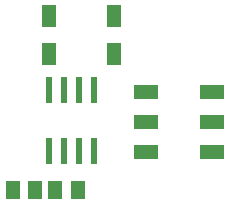
<source format=gbr>
G04 EAGLE Gerber RS-274X export*
G75*
%MOMM*%
%FSLAX34Y34*%
%LPD*%
%INSolderpaste Bottom*%
%IPPOS*%
%AMOC8*
5,1,8,0,0,1.08239X$1,22.5*%
G01*
%ADD10R,1.300000X1.900000*%
%ADD11R,1.240000X1.500000*%
%ADD12R,0.600000X2.200000*%
%ADD13R,2.032000X1.270000*%


D10*
X50732Y194054D03*
X105732Y194054D03*
X105732Y162054D03*
X50732Y162054D03*
D11*
X55778Y46736D03*
X74778Y46736D03*
D12*
X62992Y131664D03*
X62992Y79664D03*
X50292Y131664D03*
X75692Y131664D03*
X88392Y131664D03*
X50292Y79664D03*
X75692Y79664D03*
X88392Y79664D03*
D13*
X188722Y129794D03*
X188722Y104394D03*
X188722Y78994D03*
X132842Y129794D03*
X132842Y104394D03*
X132842Y78994D03*
D11*
X19710Y46990D03*
X38710Y46990D03*
M02*

</source>
